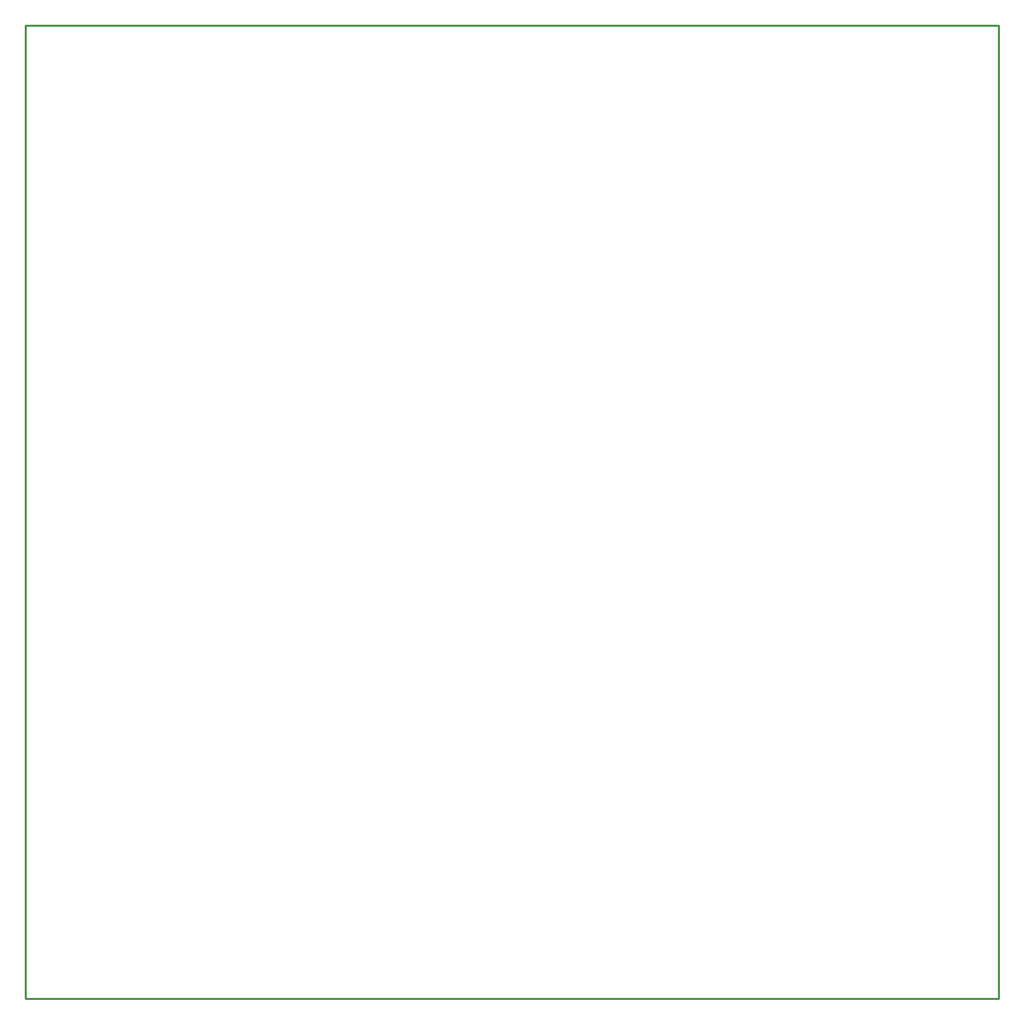
<source format=gbr>
G04 EAGLE Gerber RS-274X export*
G75*
%MOMM*%
%FSLAX34Y34*%
%LPD*%
%IN*%
%IPPOS*%
%AMOC8*
5,1,8,0,0,1.08239X$1,22.5*%
G01*
%ADD10C,0.254000*%


D10*
X0Y0D02*
X1200000Y0D01*
X1200000Y1200000D01*
X0Y1200000D01*
X0Y0D01*
M02*

</source>
